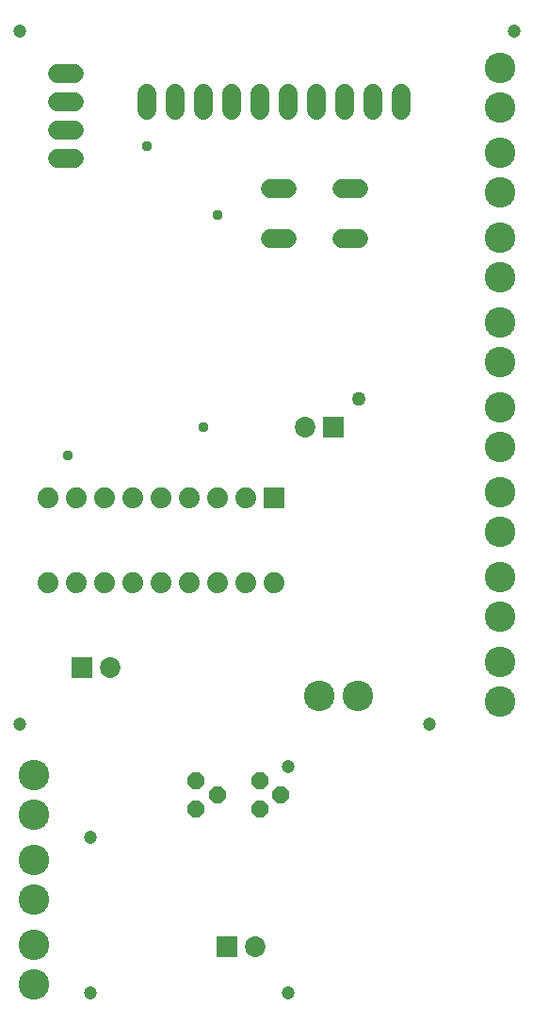
<source format=gbr>
G04 EAGLE Gerber RS-274X export*
G75*
%MOMM*%
%FSLAX34Y34*%
%LPD*%
%INSoldermask Bottom*%
%IPPOS*%
%AMOC8*
5,1,8,0,0,1.08239X$1,22.5*%
G01*
%ADD10C,1.203200*%
%ADD11C,2.743200*%
%ADD12C,1.727200*%
%ADD13C,1.854200*%
%ADD14R,1.854200X1.854200*%
%ADD15R,1.879600X1.879600*%
%ADD16C,1.879600*%
%ADD17P,1.649562X8X292.500000*%
%ADD18C,0.959600*%
%ADD19C,1.259600*%


D10*
X-25400Y698500D03*
X419100Y698500D03*
X-25400Y76200D03*
X342900Y76200D03*
X215900Y-165100D03*
X38100Y-25400D03*
X38100Y-165100D03*
X215900Y38100D03*
D11*
X244120Y101600D03*
X279120Y101600D03*
D12*
X215138Y557276D02*
X199898Y557276D01*
X199898Y512064D02*
X215138Y512064D01*
X264922Y557276D02*
X280162Y557276D01*
X280162Y512064D02*
X264922Y512064D01*
X24130Y660400D02*
X8890Y660400D01*
X8890Y635000D02*
X24130Y635000D01*
X24130Y609600D02*
X8890Y609600D01*
X8890Y584200D02*
X24130Y584200D01*
D13*
X55880Y127000D03*
D14*
X30480Y127000D03*
D13*
X231140Y342900D03*
D14*
X256540Y342900D03*
D11*
X406400Y401600D03*
X406400Y436600D03*
X406400Y360400D03*
X406400Y325400D03*
X406400Y630200D03*
X406400Y665200D03*
X406400Y589000D03*
X406400Y554000D03*
X406400Y131800D03*
X406400Y96800D03*
X406400Y284200D03*
X406400Y249200D03*
X406400Y208000D03*
X406400Y173000D03*
X406400Y477800D03*
X406400Y512800D03*
D15*
X203200Y279400D03*
D16*
X177800Y279400D03*
X152400Y279400D03*
X127000Y279400D03*
X101600Y279400D03*
X76200Y279400D03*
X50800Y279400D03*
X25400Y279400D03*
X0Y279400D03*
X0Y203200D03*
X25400Y203200D03*
X50800Y203200D03*
X76200Y203200D03*
X101600Y203200D03*
X127000Y203200D03*
X152400Y203200D03*
X177800Y203200D03*
X203200Y203200D03*
D12*
X88900Y627380D02*
X88900Y642620D01*
X114300Y642620D02*
X114300Y627380D01*
X139700Y627380D02*
X139700Y642620D01*
X165100Y642620D02*
X165100Y627380D01*
X190500Y627380D02*
X190500Y642620D01*
X215900Y642620D02*
X215900Y627380D01*
X241300Y627380D02*
X241300Y642620D01*
X266700Y642620D02*
X266700Y627380D01*
X292100Y627380D02*
X292100Y642620D01*
X317500Y642620D02*
X317500Y627380D01*
D17*
X190500Y25400D03*
X209550Y12700D03*
X190500Y0D03*
X133350Y25400D03*
X152400Y12700D03*
X133350Y0D03*
D11*
X-12700Y-4800D03*
X-12700Y30200D03*
X-12700Y-81000D03*
X-12700Y-46000D03*
X-12700Y-157200D03*
X-12700Y-122200D03*
D14*
X161490Y-123190D03*
D13*
X186490Y-123190D03*
D18*
X152400Y533400D03*
D19*
X279400Y368300D03*
D18*
X88900Y595630D03*
X17780Y317500D03*
X139700Y342900D03*
M02*

</source>
